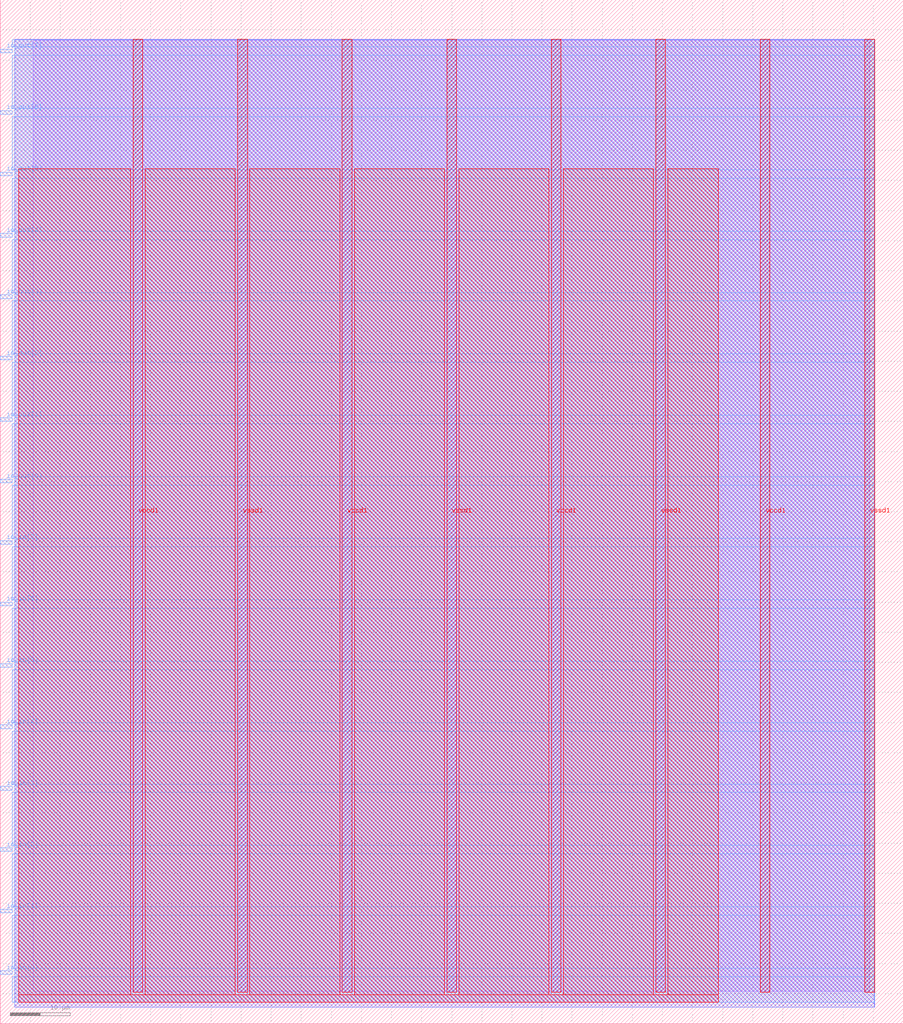
<source format=lef>
VERSION 5.7 ;
  NOWIREEXTENSIONATPIN ON ;
  DIVIDERCHAR "/" ;
  BUSBITCHARS "[]" ;
MACRO jordan336_toy_cpu
  CLASS BLOCK ;
  FOREIGN jordan336_toy_cpu ;
  ORIGIN 0.000 0.000 ;
  SIZE 150.000 BY 170.000 ;
  PIN io_in[0]
    DIRECTION INPUT ;
    USE SIGNAL ;
    PORT
      LAYER met3 ;
        RECT 0.000 8.200 2.000 8.800 ;
    END
  END io_in[0]
  PIN io_in[1]
    DIRECTION INPUT ;
    USE SIGNAL ;
    PORT
      LAYER met3 ;
        RECT 0.000 18.400 2.000 19.000 ;
    END
  END io_in[1]
  PIN io_in[2]
    DIRECTION INPUT ;
    USE SIGNAL ;
    PORT
      LAYER met3 ;
        RECT 0.000 28.600 2.000 29.200 ;
    END
  END io_in[2]
  PIN io_in[3]
    DIRECTION INPUT ;
    USE SIGNAL ;
    PORT
      LAYER met3 ;
        RECT 0.000 38.800 2.000 39.400 ;
    END
  END io_in[3]
  PIN io_in[4]
    DIRECTION INPUT ;
    USE SIGNAL ;
    PORT
      LAYER met3 ;
        RECT 0.000 49.000 2.000 49.600 ;
    END
  END io_in[4]
  PIN io_in[5]
    DIRECTION INPUT ;
    USE SIGNAL ;
    PORT
      LAYER met3 ;
        RECT 0.000 59.200 2.000 59.800 ;
    END
  END io_in[5]
  PIN io_in[6]
    DIRECTION INPUT ;
    USE SIGNAL ;
    PORT
      LAYER met3 ;
        RECT 0.000 69.400 2.000 70.000 ;
    END
  END io_in[6]
  PIN io_in[7]
    DIRECTION INPUT ;
    USE SIGNAL ;
    PORT
      LAYER met3 ;
        RECT 0.000 79.600 2.000 80.200 ;
    END
  END io_in[7]
  PIN io_out[0]
    DIRECTION OUTPUT TRISTATE ;
    USE SIGNAL ;
    PORT
      LAYER met3 ;
        RECT 0.000 89.800 2.000 90.400 ;
    END
  END io_out[0]
  PIN io_out[1]
    DIRECTION OUTPUT TRISTATE ;
    USE SIGNAL ;
    PORT
      LAYER met3 ;
        RECT 0.000 100.000 2.000 100.600 ;
    END
  END io_out[1]
  PIN io_out[2]
    DIRECTION OUTPUT TRISTATE ;
    USE SIGNAL ;
    PORT
      LAYER met3 ;
        RECT 0.000 110.200 2.000 110.800 ;
    END
  END io_out[2]
  PIN io_out[3]
    DIRECTION OUTPUT TRISTATE ;
    USE SIGNAL ;
    PORT
      LAYER met3 ;
        RECT 0.000 120.400 2.000 121.000 ;
    END
  END io_out[3]
  PIN io_out[4]
    DIRECTION OUTPUT TRISTATE ;
    USE SIGNAL ;
    PORT
      LAYER met3 ;
        RECT 0.000 130.600 2.000 131.200 ;
    END
  END io_out[4]
  PIN io_out[5]
    DIRECTION OUTPUT TRISTATE ;
    USE SIGNAL ;
    PORT
      LAYER met3 ;
        RECT 0.000 140.800 2.000 141.400 ;
    END
  END io_out[5]
  PIN io_out[6]
    DIRECTION OUTPUT TRISTATE ;
    USE SIGNAL ;
    PORT
      LAYER met3 ;
        RECT 0.000 151.000 2.000 151.600 ;
    END
  END io_out[6]
  PIN io_out[7]
    DIRECTION OUTPUT TRISTATE ;
    USE SIGNAL ;
    PORT
      LAYER met3 ;
        RECT 0.000 161.200 2.000 161.800 ;
    END
  END io_out[7]
  PIN vccd1
    DIRECTION INOUT ;
    USE POWER ;
    PORT
      LAYER met4 ;
        RECT 22.085 5.200 23.685 163.440 ;
    END
    PORT
      LAYER met4 ;
        RECT 56.815 5.200 58.415 163.440 ;
    END
    PORT
      LAYER met4 ;
        RECT 91.545 5.200 93.145 163.440 ;
    END
    PORT
      LAYER met4 ;
        RECT 126.275 5.200 127.875 163.440 ;
    END
  END vccd1
  PIN vssd1
    DIRECTION INOUT ;
    USE GROUND ;
    PORT
      LAYER met4 ;
        RECT 39.450 5.200 41.050 163.440 ;
    END
    PORT
      LAYER met4 ;
        RECT 74.180 5.200 75.780 163.440 ;
    END
    PORT
      LAYER met4 ;
        RECT 108.910 5.200 110.510 163.440 ;
    END
    PORT
      LAYER met4 ;
        RECT 143.640 5.200 145.240 163.440 ;
    END
  END vssd1
  OBS
      LAYER li1 ;
        RECT 5.520 5.355 144.440 163.285 ;
      LAYER met1 ;
        RECT 2.370 2.760 145.240 163.440 ;
      LAYER met2 ;
        RECT 2.390 2.730 145.210 163.385 ;
      LAYER met3 ;
        RECT 2.000 162.200 145.230 163.365 ;
        RECT 2.400 160.800 145.230 162.200 ;
        RECT 2.000 152.000 145.230 160.800 ;
        RECT 2.400 150.600 145.230 152.000 ;
        RECT 2.000 141.800 145.230 150.600 ;
        RECT 2.400 140.400 145.230 141.800 ;
        RECT 2.000 131.600 145.230 140.400 ;
        RECT 2.400 130.200 145.230 131.600 ;
        RECT 2.000 121.400 145.230 130.200 ;
        RECT 2.400 120.000 145.230 121.400 ;
        RECT 2.000 111.200 145.230 120.000 ;
        RECT 2.400 109.800 145.230 111.200 ;
        RECT 2.000 101.000 145.230 109.800 ;
        RECT 2.400 99.600 145.230 101.000 ;
        RECT 2.000 90.800 145.230 99.600 ;
        RECT 2.400 89.400 145.230 90.800 ;
        RECT 2.000 80.600 145.230 89.400 ;
        RECT 2.400 79.200 145.230 80.600 ;
        RECT 2.000 70.400 145.230 79.200 ;
        RECT 2.400 69.000 145.230 70.400 ;
        RECT 2.000 60.200 145.230 69.000 ;
        RECT 2.400 58.800 145.230 60.200 ;
        RECT 2.000 50.000 145.230 58.800 ;
        RECT 2.400 48.600 145.230 50.000 ;
        RECT 2.000 39.800 145.230 48.600 ;
        RECT 2.400 38.400 145.230 39.800 ;
        RECT 2.000 29.600 145.230 38.400 ;
        RECT 2.400 28.200 145.230 29.600 ;
        RECT 2.000 19.400 145.230 28.200 ;
        RECT 2.400 18.000 145.230 19.400 ;
        RECT 2.000 9.200 145.230 18.000 ;
        RECT 2.400 7.800 145.230 9.200 ;
        RECT 2.000 3.575 145.230 7.800 ;
      LAYER met4 ;
        RECT 3.055 4.800 21.685 141.945 ;
        RECT 24.085 4.800 39.050 141.945 ;
        RECT 41.450 4.800 56.415 141.945 ;
        RECT 58.815 4.800 73.780 141.945 ;
        RECT 76.180 4.800 91.145 141.945 ;
        RECT 93.545 4.800 108.510 141.945 ;
        RECT 110.910 4.800 119.305 141.945 ;
        RECT 3.055 3.575 119.305 4.800 ;
  END
END jordan336_toy_cpu
END LIBRARY


</source>
